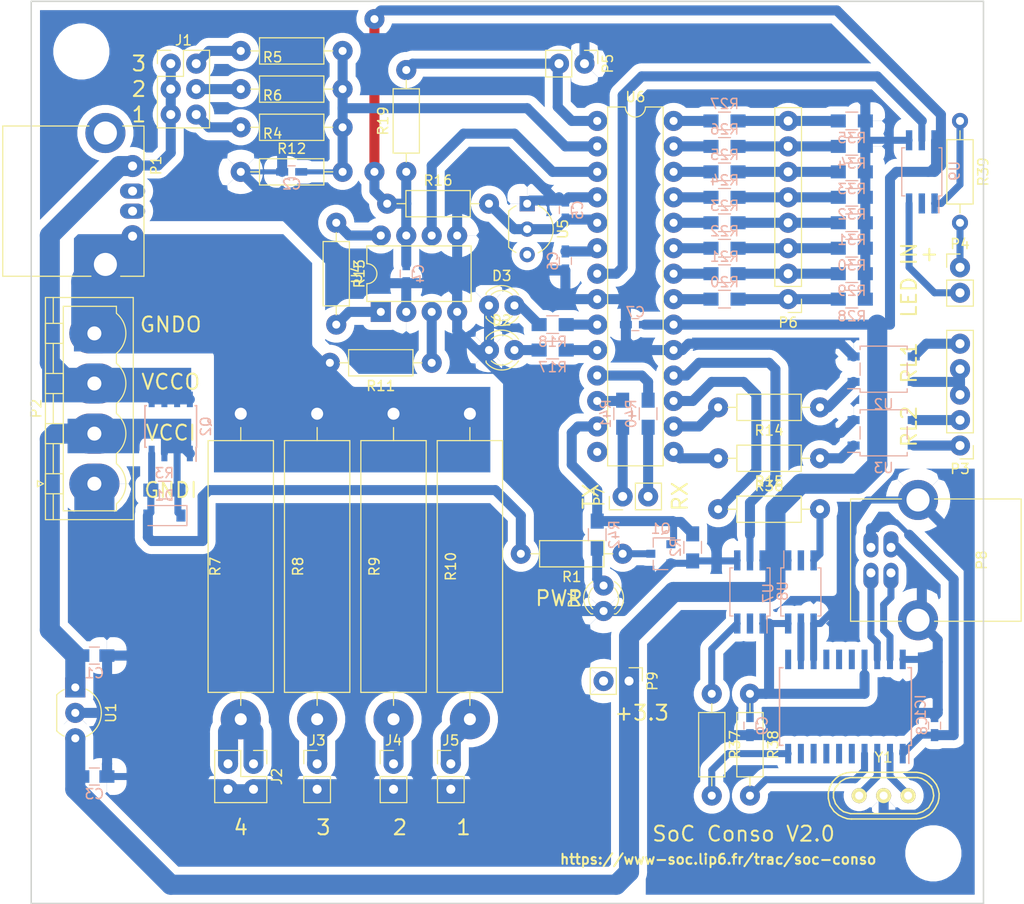
<source format=kicad_pcb>
(kicad_pcb (version 20221018) (generator pcbnew)

  (general
    (thickness 1.6)
  )

  (paper "A4")
  (layers
    (0 "F.Cu" signal)
    (31 "B.Cu" signal)
    (32 "B.Adhes" user "B.Adhesive")
    (33 "F.Adhes" user "F.Adhesive")
    (34 "B.Paste" user)
    (35 "F.Paste" user)
    (36 "B.SilkS" user "B.Silkscreen")
    (37 "F.SilkS" user "F.Silkscreen")
    (38 "B.Mask" user)
    (39 "F.Mask" user)
    (40 "Dwgs.User" user "User.Drawings")
    (41 "Cmts.User" user "User.Comments")
    (42 "Eco1.User" user "User.Eco1")
    (43 "Eco2.User" user "User.Eco2")
    (44 "Edge.Cuts" user)
    (45 "Margin" user)
    (46 "B.CrtYd" user "B.Courtyard")
    (47 "F.CrtYd" user "F.Courtyard")
    (48 "B.Fab" user)
    (49 "F.Fab" user)
  )

  (setup
    (pad_to_mask_clearance 0.2)
    (pcbplotparams
      (layerselection 0x0000004_7ffffffe)
      (plot_on_all_layers_selection 0x0001000_00000000)
      (disableapertmacros false)
      (usegerberextensions false)
      (usegerberattributes false)
      (usegerberadvancedattributes false)
      (creategerberjobfile false)
      (dashed_line_dash_ratio 12.000000)
      (dashed_line_gap_ratio 3.000000)
      (svgprecision 4)
      (plotframeref false)
      (viasonmask false)
      (mode 1)
      (useauxorigin false)
      (hpglpennumber 1)
      (hpglpenspeed 20)
      (hpglpendiameter 15.000000)
      (dxfpolygonmode true)
      (dxfimperialunits true)
      (dxfusepcbnewfont true)
      (psnegative false)
      (psa4output false)
      (plotreference false)
      (plotvalue false)
      (plotinvisibletext false)
      (sketchpadsonfab false)
      (subtractmaskfromsilk false)
      (outputformat 5)
      (mirror true)
      (drillshape 0)
      (scaleselection 1)
      (outputdirectory "fab/")
    )
  )

  (net 0 "")
  (net 1 "GND")
  (net 2 "+3V3")
  (net 3 "Net-(U6-RA0{slash}AN0)")
  (net 4 "Net-(U6-RA3{slash}Vref+AN3)")
  (net 5 "Net-(U6-VddCORE{slash}Vcap)")
  (net 6 "Net-(D1-A)")
  (net 7 "Net-(D2-A)")
  (net 8 "Net-(D3-A)")
  (net 9 "Net-(D4-A)")
  (net 10 "Net-(IC1-OSC1)")
  (net 11 "Net-(IC1-OSC2)")
  (net 12 "Net-(IC1-RST)")
  (net 13 "unconnected-(IC1-GP7-Pad5)")
  (net 14 "unconnected-(IC1-GP6-Pad6)")
  (net 15 "unconnected-(IC1-GP5-Pad7)")
  (net 16 "unconnected-(IC1-GP4-Pad8)")
  (net 17 "unconnected-(IC1-GP3-Pad9)")
  (net 18 "Net-(IC1-Tx)")
  (net 19 "unconnected-(IC1-RTS-Pad11)")
  (net 20 "Net-(IC1-Rx)")
  (net 21 "Net-(R13-Pad2)")
  (net 22 "unconnected-(IC1-GP2-Pad14)")
  (net 23 "/VCCO")
  (net 24 "/GNDO")
  (net 25 "unconnected-(IC1-GP1-Pad15)")
  (net 26 "unconnected-(IC1-GP0-Pad16)")
  (net 27 "Net-(J1-P2)")
  (net 28 "Net-(J1-P4)")
  (net 29 "Net-(J1-P6)")
  (net 30 "GNDD")
  (net 31 "Net-(J2-Pin_1)")
  (net 32 "/3.3V_USB")
  (net 33 "Net-(J3-Pin_1)")
  (net 34 "Net-(J4-Pin_1)")
  (net 35 "Net-(J5-Pin_1)")
  (net 36 "unconnected-(P1-D--Pad2)")
  (net 37 "unconnected-(P1-D+-Pad3)")
  (net 38 "Net-(P3-Pin_1)")
  (net 39 "Net-(P3-Pin_2)")
  (net 40 "PWR_ON")
  (net 41 "Net-(P3-Pin_3)")
  (net 42 "Net-(P3-Pin_5)")
  (net 43 "Net-(R13-Pad1)")
  (net 44 "Net-(P4-P1)")
  (net 45 "RL1")
  (net 46 "Net-(P4-P2)")
  (net 47 "RL2")
  (net 48 "Net-(P5-P2)")
  (net 49 "Net-(P6-Pin_1)")
  (net 50 "Net-(P6-Pin_2)")
  (net 51 "Net-(P6-Pin_3)")
  (net 52 "Net-(P6-Pin_4)")
  (net 53 "Net-(P6-Pin_5)")
  (net 54 "Net-(P6-Pin_6)")
  (net 55 "Net-(P6-Pin_7)")
  (net 56 "Net-(P6-Pin_8)")
  (net 57 "/VCCI")
  (net 58 "Net-(P7-P1)")
  (net 59 "Net-(P7-P2)")
  (net 60 "Net-(Q1-D)")
  (net 61 "Net-(U4-+)")
  (net 62 "Net-(U2-A)")
  (net 63 "Net-(U3-A)")
  (net 64 "Net-(U6-RA6{slash}OSC2{slash}CLKOUT)")
  (net 65 "Net-(R36-Pad2)")
  (net 66 "Net-(R37-Pad1)")
  (net 67 "Net-(U6-RA7{slash}OSC1{slash}CLKIN)")
  (net 68 "Net-(U6-AN12{slash}INT0{slash}RB0)")
  (net 69 "Net-(U6-AN10{slash}RB1)")
  (net 70 "Net-(U6-AN8{slash}RB2)")
  (net 71 "Net-(R39-Pad1)")
  (net 72 "Net-(U6-AN9{slash}RB3)")
  (net 73 "Net-(U6-CCP4{slash}RB4)")
  (net 74 "Net-(U6-CCP5{slash}RB5)")
  (net 75 "Net-(U6-CCP6{slash}PGC{slash}RB6)")
  (net 76 "Net-(U6-CPP7{slash}PGD{slash}RB7)")
  (net 77 "Net-(U6-TX1{slash}RC6)")
  (net 78 "Net-(U6-T1OSCO{slash}RC0)")
  (net 79 "Net-(U6-T1OSCI{slash}CCP8{slash}RC1)")
  (net 80 "Net-(U6-RA1{slash}AN1)")
  (net 81 "unconnected-(U5-Pad3)")
  (net 82 "Net-(U6-RA5{slash}AN4{slash}SS1)")
  (net 83 "unconnected-(U6-Vusb-Pad14)")
  (net 84 "Net-(U6-RX1{slash}RC7)")
  (net 85 "unconnected-(U7-NC-Pad2)")
  (net 86 "unconnected-(U8-NC-Pad2)")
  (net 87 "unconnected-(U9-NC-Pad2)")

  (footprint "LEDs:LED_D3.0mm" (layer "F.Cu") (at 153.67 97.79))

  (footprint "LEDs:LED_D3.0mm" (layer "F.Cu") (at 153.67 93.345))

  (footprint "Pin_Headers:Pin_Header_Straight_2x03_Pitch2.54mm" (layer "F.Cu") (at 121.92 69.215))

  (footprint "Pin_Headers:Pin_Header_Straight_2x02_Pitch2.54mm" (layer "F.Cu") (at 130.175 139.065 -90))

  (footprint "Pin_Headers:Pin_Header_Straight_1x02_Pitch2.54mm" (layer "F.Cu") (at 136.525 139.065))

  (footprint "Pin_Headers:Pin_Header_Straight_1x02_Pitch2.54mm" (layer "F.Cu") (at 144.145 139.065))

  (footprint "Pin_Headers:Pin_Header_Straight_1x02_Pitch2.54mm" (layer "F.Cu") (at 149.86 139.065))

  (footprint "Connectors:USB_A" (layer "F.Cu") (at 118.11 79.375 -90))

  (footprint "Connectors_Phoenix:PhoenixContact_MSTBVA-G_04x5.00mm_Vertical" (layer "F.Cu") (at 114.3 111.125 90))

  (footprint "Pin_Headers:Pin_Header_Straight_1x02_Pitch2.54mm" (layer "F.Cu") (at 163.195 69.215 -90))

  (footprint "Connectors:USB_B" (layer "F.Cu") (at 191.77 117.475))

  (footprint "Resistors_THT:R_Axial_DIN0207_L6.3mm_D2.5mm_P10.16mm_Horizontal" (layer "F.Cu") (at 167.005 118.11 180))

  (footprint "Resistors_THT:R_Axial_DIN0207_L6.3mm_D2.5mm_P10.16mm_Horizontal" (layer "F.Cu") (at 139.065 67.945 180))

  (footprint "Resistors_THT:R_Axial_DIN0207_L6.3mm_D2.5mm_P10.16mm_Horizontal" (layer "F.Cu") (at 139.065 71.755 180))

  (footprint "Resistors_THT:R_Axial_Power_L25.0mm_W6.4mm_P30.48mm" (layer "F.Cu") (at 136.525 134.62 90))

  (footprint "Resistors_THT:R_Axial_Power_L25.0mm_W6.4mm_P30.48mm" (layer "F.Cu") (at 144.145 134.62 90))

  (footprint "Resistors_THT:R_Axial_Power_L25.0mm_W6.4mm_P30.48mm" (layer "F.Cu") (at 151.765 134.62 90))

  (footprint "Resistors_THT:R_Axial_DIN0207_L6.3mm_D2.5mm_P10.16mm_Horizontal" (layer "F.Cu") (at 128.905 80.01))

  (footprint "Resistors_THT:R_Axial_DIN0207_L6.3mm_D2.5mm_P10.16mm_Horizontal" (layer "F.Cu") (at 138.43 85.09 -90))

  (footprint "Resistors_THT:R_Axial_DIN0207_L6.3mm_D2.5mm_P10.16mm_Horizontal" (layer "F.Cu") (at 186.69 103.505 180))

  (footprint "Resistors_THT:R_Axial_DIN0207_L6.3mm_D2.5mm_P10.16mm_Horizontal" (layer "F.Cu") (at 186.69 108.585 180))

  (footprint "Resistors_THT:R_Axial_DIN0207_L6.3mm_D2.5mm_P10.16mm_Horizontal" (layer "F.Cu") (at 143.51 83.185))

  (footprint "Resistors_THT:R_Axial_DIN0207_L6.3mm_D2.5mm_P10.16mm_Horizontal" (layer "F.Cu") (at 145.415 80.01 90))

  (footprint "Resistors_THT:R_Axial_DIN0207_L6.3mm_D2.5mm_P10.16mm_Horizontal" (layer "F.Cu") (at 176.53 113.665))

  (footprint "Resistors_THT:R_Axial_DIN0207_L6.3mm_D2.5mm_P10.16mm_Horizontal" (layer "F.Cu") (at 179.705 132.08 -90))

  (footprint "Resistors_THT:R_Axial_DIN0207_L6.3mm_D2.5mm_P10.16mm_Horizontal" (layer "F.Cu") (at 175.895 132.08 -90))

  (footprint "TO_SOT_Packages_THT:TO-92_Inline_Wide" (layer "F.Cu") (at 112.395 131.445 -90))

  (footprint "Housings_DIP:DIP-8_W7.62mm" (layer "F.Cu") (at 142.875 93.98 90))

  (footprint "TO_SOT_Packages_THT:TO-92_Inline_Wide" (layer "F.Cu") (at 157.48 83.185 -90))

  (footprint "Housings_DIP:DIP-28_W7.62mm" (layer "F.Cu") (at 164.465 74.93))

  (footprint "local:Crystal_HC49-U_Vertical_3Pin_fixed" (layer "F.Cu") (at 193.04 142.24))

  (footprint "Resistors_THT:R_Axial_DIN0207_L6.3mm_D2.5mm_P10.16mm_Horizontal" (layer "F.Cu") (at 139.065 75.565 180))

  (footprint "Resistors_THT:R_Axial_Power_L25.0mm_W6.4mm_P30.48mm" (layer "F.Cu") (at 128.905 134.62 90))

  (footprint "Pin_Headers:Pin_Header_Straight_1x05_Pitch2.54mm" (layer "F.Cu") (at 200.66 107.315 180))

  (footprint "LEDs:LED_D3.0mm" (layer "F.Cu") (at 165.1 123.825 90))

  (footprint "Pin_Headers:Pin_Header_Straight_1x08_Pitch2.54mm" (layer "F.Cu") (at 183.515 92.71 180))

  (footprint "Pin_Headers:Pin_Header_Straight_1x02_Pitch2.54mm" (layer "F.Cu") (at 200.66 89.535))

  (footprint "Resistors_THT:R_Axial_DIN0207_L6.3mm_D2.5mm_P10.16mm_Horizontal" (layer "F.Cu") (at 200.66 74.93 -90))

  (footprint "Pin_Headers:Pin_Header_Straight_1x02_Pitch2.54mm" (layer "F.Cu") (at 167.005 112.395 90))

  (footprint "Resistors_THT:R_Axial_DIN0207_L6.3mm_D2.5mm_P10.16mm_Horizontal" (layer "F.Cu") (at 147.955 99.06 180))

  (footprint "Connector_PinHeader_2.54mm:PinHeader_1x02_P2.54mm_Vertical" (layer "F.Cu") (at 167.64 130.81 -90))

  (footprint "Capacitors_SMD:C_0805_HandSoldering" (layer "B.Cu") (at 114.3 128.27))

  (footprint "Capacitors_SMD:C_0603_HandSoldering" (layer "B.Cu") (at 133.985 80.01))

  (footprint "Capacitors_SMD:C_0805_HandSoldering" (layer "B.Cu") (at 114.3 140.335))

  (footprint "Capacitors_SMD:C_0603_HandSoldering" (layer "B.Cu") (at 145.415 90.17 90))

  (footprint "Capacitors_SMD:C_0603_HandSoldering" (layer "B.Cu")
    (tstamp 00000000-0000-0000-0000-00005ce2b201)
    (at 161.29 83.82 90)
    (descr "Capacitor SMD 0603, hand soldering")
    (tags "capacitor 0603")
    (property "P/N" "stock")
    (property "Sheetfile" "pic_conso.kicad_sch")
    (property "Sheetname" "")
    (path "/00000000-0000-0000-0000-0000585da2c8")
    (attr smd)
... [315865 chars truncated]
</source>
